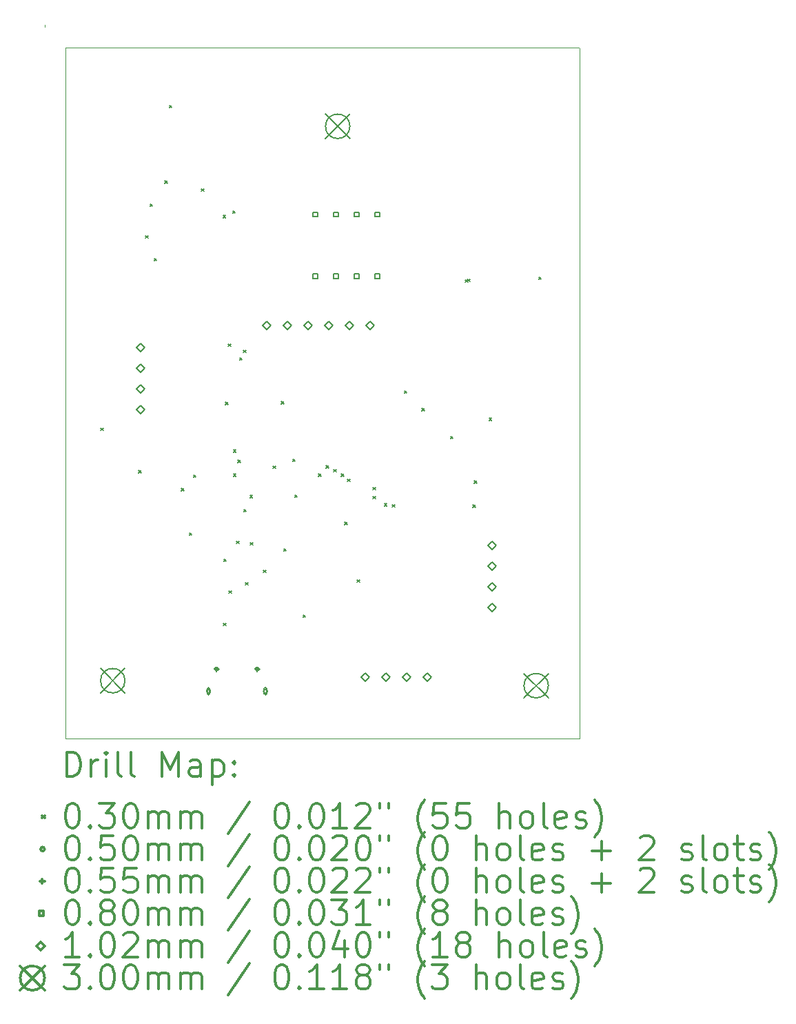
<source format=gbr>
%FSLAX45Y45*%
G04 Gerber Fmt 4.5, Leading zero omitted, Abs format (unit mm)*
G04 Created by KiCad (PCBNEW (2015-07-31 BZR 6030)-product) date Sat Sep 12 09:45:07 2015*
%MOMM*%
G01*
G04 APERTURE LIST*
%ADD10C,0.127000*%
%ADD11C,0.100000*%
%ADD12C,0.200000*%
%ADD13C,0.300000*%
G04 APERTURE END LIST*
D10*
D11*
X5664380Y-3795960D02*
X5664380Y-3821360D01*
X12227740Y-12553880D02*
X12227740Y-4080440D01*
X5913300Y-12553880D02*
X12227740Y-12553880D01*
X5913300Y-4075360D02*
X12222660Y-4075360D01*
X5913300Y-12553880D02*
X5913300Y-4075360D01*
D12*
X6349220Y-8744300D02*
X6379220Y-8774300D01*
X6379220Y-8744300D02*
X6349220Y-8774300D01*
X6816580Y-9267540D02*
X6846580Y-9297540D01*
X6846580Y-9267540D02*
X6816580Y-9297540D01*
X6897860Y-6382100D02*
X6927860Y-6412100D01*
X6927860Y-6382100D02*
X6897860Y-6412100D01*
X6953740Y-5996020D02*
X6983740Y-6026020D01*
X6983740Y-5996020D02*
X6953740Y-6026020D01*
X7004540Y-6661500D02*
X7034540Y-6691500D01*
X7034540Y-6661500D02*
X7004540Y-6691500D01*
X7136620Y-5711540D02*
X7166620Y-5741540D01*
X7166620Y-5711540D02*
X7136620Y-5741540D01*
X7192500Y-4781900D02*
X7222500Y-4811900D01*
X7222500Y-4781900D02*
X7192500Y-4811900D01*
X7339820Y-9485980D02*
X7369820Y-9515980D01*
X7369820Y-9485980D02*
X7339820Y-9515980D01*
X7436340Y-10033020D02*
X7466340Y-10063020D01*
X7466340Y-10033020D02*
X7436340Y-10063020D01*
X7487140Y-9323420D02*
X7517140Y-9353420D01*
X7517140Y-9323420D02*
X7487140Y-9353420D01*
X7583660Y-5808060D02*
X7613660Y-5838060D01*
X7613660Y-5808060D02*
X7583660Y-5838060D01*
X7852900Y-6133180D02*
X7882900Y-6163180D01*
X7882900Y-6133180D02*
X7852900Y-6163180D01*
X7857980Y-11140300D02*
X7887980Y-11170300D01*
X7887980Y-11140300D02*
X7857980Y-11170300D01*
X7859260Y-10352900D02*
X7889260Y-10382900D01*
X7889260Y-10352900D02*
X7859260Y-10382900D01*
X7883380Y-8429340D02*
X7913380Y-8459340D01*
X7913380Y-8429340D02*
X7883380Y-8459340D01*
X7913860Y-7713060D02*
X7943860Y-7743060D01*
X7943860Y-7713060D02*
X7913860Y-7743060D01*
X7924020Y-10744220D02*
X7954020Y-10774220D01*
X7954020Y-10744220D02*
X7924020Y-10774220D01*
X7969740Y-6077300D02*
X7999740Y-6107300D01*
X7999740Y-6077300D02*
X7969740Y-6107300D01*
X7979900Y-9013540D02*
X8009900Y-9043540D01*
X8009900Y-9013540D02*
X7979900Y-9043540D01*
X7981100Y-9308000D02*
X8011100Y-9338000D01*
X8011100Y-9308000D02*
X7981100Y-9338000D01*
X8019260Y-10132900D02*
X8049260Y-10162900D01*
X8049260Y-10132900D02*
X8019260Y-10162900D01*
X8035780Y-9140540D02*
X8065780Y-9170540D01*
X8065780Y-9140540D02*
X8035780Y-9170540D01*
X8056100Y-7880700D02*
X8086100Y-7910700D01*
X8086100Y-7880700D02*
X8056100Y-7910700D01*
X8101820Y-7789260D02*
X8131820Y-7819260D01*
X8131820Y-7789260D02*
X8101820Y-7819260D01*
X8106900Y-9745060D02*
X8136900Y-9775060D01*
X8136900Y-9745060D02*
X8106900Y-9775060D01*
X8127220Y-10644220D02*
X8157220Y-10674220D01*
X8157220Y-10644220D02*
X8127220Y-10674220D01*
X8183100Y-9572340D02*
X8213100Y-9602340D01*
X8213100Y-9572340D02*
X8183100Y-9602340D01*
X8188180Y-10152660D02*
X8218180Y-10182660D01*
X8218180Y-10152660D02*
X8188180Y-10182660D01*
X8346860Y-10491640D02*
X8376860Y-10521640D01*
X8376860Y-10491640D02*
X8346860Y-10521640D01*
X8467580Y-9211660D02*
X8497580Y-9241660D01*
X8497580Y-9211660D02*
X8467580Y-9241660D01*
X8569180Y-8419180D02*
X8599180Y-8449180D01*
X8599180Y-8419180D02*
X8569180Y-8449180D01*
X8595780Y-10227480D02*
X8625780Y-10257480D01*
X8625780Y-10227480D02*
X8595780Y-10257480D01*
X8706340Y-9125300D02*
X8736340Y-9155300D01*
X8736340Y-9125300D02*
X8706340Y-9155300D01*
X8731740Y-9567260D02*
X8761740Y-9597260D01*
X8761740Y-9567260D02*
X8731740Y-9597260D01*
X8833340Y-11040460D02*
X8863340Y-11070460D01*
X8863340Y-11040460D02*
X8833340Y-11070460D01*
X9026380Y-9308180D02*
X9056380Y-9338180D01*
X9056380Y-9308180D02*
X9026380Y-9338180D01*
X9117820Y-9206580D02*
X9147820Y-9236580D01*
X9147820Y-9206580D02*
X9117820Y-9236580D01*
X9210460Y-9252120D02*
X9240460Y-9282120D01*
X9240460Y-9252120D02*
X9210460Y-9282120D01*
X9305780Y-9308180D02*
X9335780Y-9338180D01*
X9335780Y-9308180D02*
X9305780Y-9338180D01*
X9346420Y-9902540D02*
X9376420Y-9932540D01*
X9376420Y-9902540D02*
X9346420Y-9932540D01*
X9381980Y-9374220D02*
X9411980Y-9404220D01*
X9411980Y-9374220D02*
X9381980Y-9404220D01*
X9498820Y-10608660D02*
X9528820Y-10638660D01*
X9528820Y-10608660D02*
X9498820Y-10638660D01*
X9691860Y-9475820D02*
X9721860Y-9505820D01*
X9721860Y-9475820D02*
X9691860Y-9505820D01*
X9691860Y-9582500D02*
X9721860Y-9612500D01*
X9721860Y-9582500D02*
X9691860Y-9612500D01*
X9834100Y-9673940D02*
X9864100Y-9703940D01*
X9864100Y-9673940D02*
X9834100Y-9703940D01*
X9930620Y-9684100D02*
X9960620Y-9714100D01*
X9960620Y-9684100D02*
X9930620Y-9714100D01*
X10077940Y-8287100D02*
X10107940Y-8317100D01*
X10107940Y-8287100D02*
X10077940Y-8317100D01*
X10296380Y-8505540D02*
X10326380Y-8535540D01*
X10326380Y-8505540D02*
X10296380Y-8535540D01*
X10646900Y-8845900D02*
X10676900Y-8875900D01*
X10676900Y-8845900D02*
X10646900Y-8875900D01*
X10829780Y-6925660D02*
X10859780Y-6955660D01*
X10859780Y-6925660D02*
X10829780Y-6955660D01*
X10855180Y-6917500D02*
X10885180Y-6947500D01*
X10885180Y-6917500D02*
X10855180Y-6947500D01*
X10921220Y-9689180D02*
X10951220Y-9719180D01*
X10951220Y-9689180D02*
X10921220Y-9719180D01*
X10936460Y-9394540D02*
X10966460Y-9424540D01*
X10966460Y-9394540D02*
X10936460Y-9424540D01*
X11119340Y-8622380D02*
X11149340Y-8652380D01*
X11149340Y-8622380D02*
X11119340Y-8652380D01*
X11728940Y-6890100D02*
X11758940Y-6920100D01*
X11758940Y-6890100D02*
X11728940Y-6920100D01*
X7698300Y-11975700D02*
G75*
G03X7698300Y-11975700I-25000J0D01*
G01*
X7688300Y-12008200D02*
X7688300Y-11943200D01*
X7658300Y-12008200D02*
X7658300Y-11943200D01*
X7688300Y-11943200D02*
G75*
G03X7658300Y-11943200I-15000J0D01*
G01*
X7658300Y-12008200D02*
G75*
G03X7688300Y-12008200I15000J0D01*
G01*
X8398300Y-11975700D02*
G75*
G03X8398300Y-11975700I-25000J0D01*
G01*
X8388300Y-12008200D02*
X8388300Y-11943200D01*
X8358300Y-12008200D02*
X8358300Y-11943200D01*
X8388300Y-11943200D02*
G75*
G03X8358300Y-11943200I-15000J0D01*
G01*
X8358300Y-12008200D02*
G75*
G03X8388300Y-12008200I15000J0D01*
G01*
X7773300Y-11678200D02*
X7773300Y-11733200D01*
X7745800Y-11705700D02*
X7800800Y-11705700D01*
X7758300Y-11723200D02*
X7788300Y-11723200D01*
X7758300Y-11688200D02*
X7788300Y-11688200D01*
X7788300Y-11723200D02*
G75*
G03X7788300Y-11688200I0J17500D01*
G01*
X7758300Y-11688200D02*
G75*
G03X7758300Y-11723200I0J-17500D01*
G01*
X8273300Y-11678200D02*
X8273300Y-11733200D01*
X8245800Y-11705700D02*
X8300800Y-11705700D01*
X8258300Y-11723200D02*
X8288300Y-11723200D01*
X8258300Y-11688200D02*
X8288300Y-11688200D01*
X8288300Y-11723200D02*
G75*
G03X8288300Y-11688200I0J17500D01*
G01*
X8258300Y-11688200D02*
G75*
G03X8258300Y-11723200I0J-17500D01*
G01*
X9013785Y-6152064D02*
X9013785Y-6095495D01*
X8957216Y-6095495D01*
X8957216Y-6152064D01*
X9013785Y-6152064D01*
X9013785Y-6912064D02*
X9013785Y-6855495D01*
X8957216Y-6855495D01*
X8957216Y-6912064D01*
X9013785Y-6912064D01*
X9267785Y-6152064D02*
X9267785Y-6095495D01*
X9211216Y-6095495D01*
X9211216Y-6152064D01*
X9267785Y-6152064D01*
X9267785Y-6912064D02*
X9267785Y-6855495D01*
X9211216Y-6855495D01*
X9211216Y-6912064D01*
X9267785Y-6912064D01*
X9521785Y-6152064D02*
X9521785Y-6095495D01*
X9465216Y-6095495D01*
X9465216Y-6152064D01*
X9521785Y-6152064D01*
X9521785Y-6912064D02*
X9521785Y-6855495D01*
X9465216Y-6855495D01*
X9465216Y-6912064D01*
X9521785Y-6912064D01*
X9775785Y-6152064D02*
X9775785Y-6095495D01*
X9719216Y-6095495D01*
X9719216Y-6152064D01*
X9775785Y-6152064D01*
X9775785Y-6912064D02*
X9775785Y-6855495D01*
X9719216Y-6855495D01*
X9719216Y-6912064D01*
X9775785Y-6912064D01*
X6836660Y-7804260D02*
X6887460Y-7753460D01*
X6836660Y-7702660D01*
X6785860Y-7753460D01*
X6836660Y-7804260D01*
X6836660Y-8058260D02*
X6887460Y-8007460D01*
X6836660Y-7956660D01*
X6785860Y-8007460D01*
X6836660Y-8058260D01*
X6836660Y-8312260D02*
X6887460Y-8261460D01*
X6836660Y-8210660D01*
X6785860Y-8261460D01*
X6836660Y-8312260D01*
X6836660Y-8566260D02*
X6887460Y-8515460D01*
X6836660Y-8464660D01*
X6785860Y-8515460D01*
X6836660Y-8566260D01*
X8391140Y-7535020D02*
X8441940Y-7484220D01*
X8391140Y-7433420D01*
X8340340Y-7484220D01*
X8391140Y-7535020D01*
X8645140Y-7535020D02*
X8695940Y-7484220D01*
X8645140Y-7433420D01*
X8594340Y-7484220D01*
X8645140Y-7535020D01*
X8899140Y-7535020D02*
X8949940Y-7484220D01*
X8899140Y-7433420D01*
X8848340Y-7484220D01*
X8899140Y-7535020D01*
X9153140Y-7535020D02*
X9203940Y-7484220D01*
X9153140Y-7433420D01*
X9102340Y-7484220D01*
X9153140Y-7535020D01*
X9407140Y-7535020D02*
X9457940Y-7484220D01*
X9407140Y-7433420D01*
X9356340Y-7484220D01*
X9407140Y-7535020D01*
X9595100Y-11858100D02*
X9645900Y-11807300D01*
X9595100Y-11756500D01*
X9544300Y-11807300D01*
X9595100Y-11858100D01*
X9661140Y-7535020D02*
X9711940Y-7484220D01*
X9661140Y-7433420D01*
X9610340Y-7484220D01*
X9661140Y-7535020D01*
X9849100Y-11858100D02*
X9899900Y-11807300D01*
X9849100Y-11756500D01*
X9798300Y-11807300D01*
X9849100Y-11858100D01*
X10103100Y-11858100D02*
X10153900Y-11807300D01*
X10103100Y-11756500D01*
X10052300Y-11807300D01*
X10103100Y-11858100D01*
X10357100Y-11858100D02*
X10407900Y-11807300D01*
X10357100Y-11756500D01*
X10306300Y-11807300D01*
X10357100Y-11858100D01*
X11159740Y-10237580D02*
X11210540Y-10186780D01*
X11159740Y-10135980D01*
X11108940Y-10186780D01*
X11159740Y-10237580D01*
X11159740Y-10491580D02*
X11210540Y-10440780D01*
X11159740Y-10389980D01*
X11108940Y-10440780D01*
X11159740Y-10491580D01*
X11159740Y-10745580D02*
X11210540Y-10694780D01*
X11159740Y-10643980D01*
X11108940Y-10694780D01*
X11159740Y-10745580D01*
X11159740Y-10999580D02*
X11210540Y-10948780D01*
X11159740Y-10897980D01*
X11108940Y-10948780D01*
X11159740Y-10999580D01*
X6346300Y-11697940D02*
X6646300Y-11997940D01*
X6646300Y-11697940D02*
X6346300Y-11997940D01*
X6646300Y-11847940D02*
G75*
G03X6646300Y-11847940I-150000J0D01*
G01*
X9109820Y-4890740D02*
X9409820Y-5190740D01*
X9409820Y-4890740D02*
X9109820Y-5190740D01*
X9409820Y-5040740D02*
G75*
G03X9409820Y-5040740I-150000J0D01*
G01*
X11548220Y-11758900D02*
X11848220Y-12058900D01*
X11848220Y-11758900D02*
X11548220Y-12058900D01*
X11848220Y-11908900D02*
G75*
G03X11848220Y-11908900I-150000J0D01*
G01*
D13*
X5930808Y-13024594D02*
X5930808Y-12724594D01*
X6002237Y-12724594D01*
X6045094Y-12738880D01*
X6073666Y-12767451D01*
X6087951Y-12796023D01*
X6102237Y-12853166D01*
X6102237Y-12896023D01*
X6087951Y-12953166D01*
X6073666Y-12981737D01*
X6045094Y-13010309D01*
X6002237Y-13024594D01*
X5930808Y-13024594D01*
X6230808Y-13024594D02*
X6230808Y-12824594D01*
X6230808Y-12881737D02*
X6245094Y-12853166D01*
X6259380Y-12838880D01*
X6287951Y-12824594D01*
X6316523Y-12824594D01*
X6416523Y-13024594D02*
X6416523Y-12824594D01*
X6416523Y-12724594D02*
X6402237Y-12738880D01*
X6416523Y-12753166D01*
X6430808Y-12738880D01*
X6416523Y-12724594D01*
X6416523Y-12753166D01*
X6602237Y-13024594D02*
X6573666Y-13010309D01*
X6559380Y-12981737D01*
X6559380Y-12724594D01*
X6759380Y-13024594D02*
X6730808Y-13010309D01*
X6716523Y-12981737D01*
X6716523Y-12724594D01*
X7102237Y-13024594D02*
X7102237Y-12724594D01*
X7202237Y-12938880D01*
X7302237Y-12724594D01*
X7302237Y-13024594D01*
X7573666Y-13024594D02*
X7573666Y-12867451D01*
X7559380Y-12838880D01*
X7530808Y-12824594D01*
X7473666Y-12824594D01*
X7445094Y-12838880D01*
X7573666Y-13010309D02*
X7545094Y-13024594D01*
X7473666Y-13024594D01*
X7445094Y-13010309D01*
X7430808Y-12981737D01*
X7430808Y-12953166D01*
X7445094Y-12924594D01*
X7473666Y-12910309D01*
X7545094Y-12910309D01*
X7573666Y-12896023D01*
X7716523Y-12824594D02*
X7716523Y-13124594D01*
X7716523Y-12838880D02*
X7745094Y-12824594D01*
X7802237Y-12824594D01*
X7830808Y-12838880D01*
X7845094Y-12853166D01*
X7859380Y-12881737D01*
X7859380Y-12967451D01*
X7845094Y-12996023D01*
X7830808Y-13010309D01*
X7802237Y-13024594D01*
X7745094Y-13024594D01*
X7716523Y-13010309D01*
X7987951Y-12996023D02*
X8002237Y-13010309D01*
X7987951Y-13024594D01*
X7973666Y-13010309D01*
X7987951Y-12996023D01*
X7987951Y-13024594D01*
X7987951Y-12838880D02*
X8002237Y-12853166D01*
X7987951Y-12867451D01*
X7973666Y-12853166D01*
X7987951Y-12838880D01*
X7987951Y-12867451D01*
X5629380Y-13503880D02*
X5659380Y-13533880D01*
X5659380Y-13503880D02*
X5629380Y-13533880D01*
X5987951Y-13354594D02*
X6016523Y-13354594D01*
X6045094Y-13368880D01*
X6059380Y-13383166D01*
X6073666Y-13411737D01*
X6087951Y-13468880D01*
X6087951Y-13540309D01*
X6073666Y-13597451D01*
X6059380Y-13626023D01*
X6045094Y-13640309D01*
X6016523Y-13654594D01*
X5987951Y-13654594D01*
X5959380Y-13640309D01*
X5945094Y-13626023D01*
X5930808Y-13597451D01*
X5916523Y-13540309D01*
X5916523Y-13468880D01*
X5930808Y-13411737D01*
X5945094Y-13383166D01*
X5959380Y-13368880D01*
X5987951Y-13354594D01*
X6216523Y-13626023D02*
X6230808Y-13640309D01*
X6216523Y-13654594D01*
X6202237Y-13640309D01*
X6216523Y-13626023D01*
X6216523Y-13654594D01*
X6330808Y-13354594D02*
X6516523Y-13354594D01*
X6416523Y-13468880D01*
X6459380Y-13468880D01*
X6487951Y-13483166D01*
X6502237Y-13497451D01*
X6516523Y-13526023D01*
X6516523Y-13597451D01*
X6502237Y-13626023D01*
X6487951Y-13640309D01*
X6459380Y-13654594D01*
X6373666Y-13654594D01*
X6345094Y-13640309D01*
X6330808Y-13626023D01*
X6702237Y-13354594D02*
X6730808Y-13354594D01*
X6759380Y-13368880D01*
X6773666Y-13383166D01*
X6787951Y-13411737D01*
X6802237Y-13468880D01*
X6802237Y-13540309D01*
X6787951Y-13597451D01*
X6773666Y-13626023D01*
X6759380Y-13640309D01*
X6730808Y-13654594D01*
X6702237Y-13654594D01*
X6673666Y-13640309D01*
X6659380Y-13626023D01*
X6645094Y-13597451D01*
X6630808Y-13540309D01*
X6630808Y-13468880D01*
X6645094Y-13411737D01*
X6659380Y-13383166D01*
X6673666Y-13368880D01*
X6702237Y-13354594D01*
X6930808Y-13654594D02*
X6930808Y-13454594D01*
X6930808Y-13483166D02*
X6945094Y-13468880D01*
X6973666Y-13454594D01*
X7016523Y-13454594D01*
X7045094Y-13468880D01*
X7059380Y-13497451D01*
X7059380Y-13654594D01*
X7059380Y-13497451D02*
X7073666Y-13468880D01*
X7102237Y-13454594D01*
X7145094Y-13454594D01*
X7173666Y-13468880D01*
X7187951Y-13497451D01*
X7187951Y-13654594D01*
X7330808Y-13654594D02*
X7330808Y-13454594D01*
X7330808Y-13483166D02*
X7345094Y-13468880D01*
X7373666Y-13454594D01*
X7416523Y-13454594D01*
X7445094Y-13468880D01*
X7459380Y-13497451D01*
X7459380Y-13654594D01*
X7459380Y-13497451D02*
X7473666Y-13468880D01*
X7502237Y-13454594D01*
X7545094Y-13454594D01*
X7573666Y-13468880D01*
X7587951Y-13497451D01*
X7587951Y-13654594D01*
X8173666Y-13340309D02*
X7916523Y-13726023D01*
X8559380Y-13354594D02*
X8587951Y-13354594D01*
X8616523Y-13368880D01*
X8630808Y-13383166D01*
X8645094Y-13411737D01*
X8659380Y-13468880D01*
X8659380Y-13540309D01*
X8645094Y-13597451D01*
X8630808Y-13626023D01*
X8616523Y-13640309D01*
X8587951Y-13654594D01*
X8559380Y-13654594D01*
X8530808Y-13640309D01*
X8516523Y-13626023D01*
X8502237Y-13597451D01*
X8487951Y-13540309D01*
X8487951Y-13468880D01*
X8502237Y-13411737D01*
X8516523Y-13383166D01*
X8530808Y-13368880D01*
X8559380Y-13354594D01*
X8787951Y-13626023D02*
X8802237Y-13640309D01*
X8787951Y-13654594D01*
X8773666Y-13640309D01*
X8787951Y-13626023D01*
X8787951Y-13654594D01*
X8987951Y-13354594D02*
X9016523Y-13354594D01*
X9045094Y-13368880D01*
X9059380Y-13383166D01*
X9073666Y-13411737D01*
X9087951Y-13468880D01*
X9087951Y-13540309D01*
X9073666Y-13597451D01*
X9059380Y-13626023D01*
X9045094Y-13640309D01*
X9016523Y-13654594D01*
X8987951Y-13654594D01*
X8959380Y-13640309D01*
X8945094Y-13626023D01*
X8930808Y-13597451D01*
X8916523Y-13540309D01*
X8916523Y-13468880D01*
X8930808Y-13411737D01*
X8945094Y-13383166D01*
X8959380Y-13368880D01*
X8987951Y-13354594D01*
X9373666Y-13654594D02*
X9202237Y-13654594D01*
X9287951Y-13654594D02*
X9287951Y-13354594D01*
X9259380Y-13397451D01*
X9230808Y-13426023D01*
X9202237Y-13440309D01*
X9487951Y-13383166D02*
X9502237Y-13368880D01*
X9530808Y-13354594D01*
X9602237Y-13354594D01*
X9630808Y-13368880D01*
X9645094Y-13383166D01*
X9659380Y-13411737D01*
X9659380Y-13440309D01*
X9645094Y-13483166D01*
X9473666Y-13654594D01*
X9659380Y-13654594D01*
X9773666Y-13354594D02*
X9773666Y-13411737D01*
X9887951Y-13354594D02*
X9887951Y-13411737D01*
X10330808Y-13768880D02*
X10316523Y-13754594D01*
X10287951Y-13711737D01*
X10273666Y-13683166D01*
X10259380Y-13640309D01*
X10245094Y-13568880D01*
X10245094Y-13511737D01*
X10259380Y-13440309D01*
X10273666Y-13397451D01*
X10287951Y-13368880D01*
X10316523Y-13326023D01*
X10330808Y-13311737D01*
X10587951Y-13354594D02*
X10445094Y-13354594D01*
X10430808Y-13497451D01*
X10445094Y-13483166D01*
X10473666Y-13468880D01*
X10545094Y-13468880D01*
X10573666Y-13483166D01*
X10587951Y-13497451D01*
X10602237Y-13526023D01*
X10602237Y-13597451D01*
X10587951Y-13626023D01*
X10573666Y-13640309D01*
X10545094Y-13654594D01*
X10473666Y-13654594D01*
X10445094Y-13640309D01*
X10430808Y-13626023D01*
X10873666Y-13354594D02*
X10730808Y-13354594D01*
X10716523Y-13497451D01*
X10730808Y-13483166D01*
X10759380Y-13468880D01*
X10830808Y-13468880D01*
X10859380Y-13483166D01*
X10873666Y-13497451D01*
X10887951Y-13526023D01*
X10887951Y-13597451D01*
X10873666Y-13626023D01*
X10859380Y-13640309D01*
X10830808Y-13654594D01*
X10759380Y-13654594D01*
X10730808Y-13640309D01*
X10716523Y-13626023D01*
X11245094Y-13654594D02*
X11245094Y-13354594D01*
X11373665Y-13654594D02*
X11373665Y-13497451D01*
X11359380Y-13468880D01*
X11330808Y-13454594D01*
X11287951Y-13454594D01*
X11259380Y-13468880D01*
X11245094Y-13483166D01*
X11559380Y-13654594D02*
X11530808Y-13640309D01*
X11516523Y-13626023D01*
X11502237Y-13597451D01*
X11502237Y-13511737D01*
X11516523Y-13483166D01*
X11530808Y-13468880D01*
X11559380Y-13454594D01*
X11602237Y-13454594D01*
X11630808Y-13468880D01*
X11645094Y-13483166D01*
X11659380Y-13511737D01*
X11659380Y-13597451D01*
X11645094Y-13626023D01*
X11630808Y-13640309D01*
X11602237Y-13654594D01*
X11559380Y-13654594D01*
X11830808Y-13654594D02*
X11802237Y-13640309D01*
X11787951Y-13611737D01*
X11787951Y-13354594D01*
X12059380Y-13640309D02*
X12030808Y-13654594D01*
X11973666Y-13654594D01*
X11945094Y-13640309D01*
X11930808Y-13611737D01*
X11930808Y-13497451D01*
X11945094Y-13468880D01*
X11973666Y-13454594D01*
X12030808Y-13454594D01*
X12059380Y-13468880D01*
X12073666Y-13497451D01*
X12073666Y-13526023D01*
X11930808Y-13554594D01*
X12187951Y-13640309D02*
X12216523Y-13654594D01*
X12273666Y-13654594D01*
X12302237Y-13640309D01*
X12316523Y-13611737D01*
X12316523Y-13597451D01*
X12302237Y-13568880D01*
X12273666Y-13554594D01*
X12230808Y-13554594D01*
X12202237Y-13540309D01*
X12187951Y-13511737D01*
X12187951Y-13497451D01*
X12202237Y-13468880D01*
X12230808Y-13454594D01*
X12273666Y-13454594D01*
X12302237Y-13468880D01*
X12416523Y-13768880D02*
X12430808Y-13754594D01*
X12459380Y-13711737D01*
X12473666Y-13683166D01*
X12487951Y-13640309D01*
X12502237Y-13568880D01*
X12502237Y-13511737D01*
X12487951Y-13440309D01*
X12473666Y-13397451D01*
X12459380Y-13368880D01*
X12430808Y-13326023D01*
X12416523Y-13311737D01*
X5659380Y-13914880D02*
G75*
G03X5659380Y-13914880I-25000J0D01*
G01*
X5987951Y-13750594D02*
X6016523Y-13750594D01*
X6045094Y-13764880D01*
X6059380Y-13779166D01*
X6073666Y-13807737D01*
X6087951Y-13864880D01*
X6087951Y-13936309D01*
X6073666Y-13993451D01*
X6059380Y-14022023D01*
X6045094Y-14036309D01*
X6016523Y-14050594D01*
X5987951Y-14050594D01*
X5959380Y-14036309D01*
X5945094Y-14022023D01*
X5930808Y-13993451D01*
X5916523Y-13936309D01*
X5916523Y-13864880D01*
X5930808Y-13807737D01*
X5945094Y-13779166D01*
X5959380Y-13764880D01*
X5987951Y-13750594D01*
X6216523Y-14022023D02*
X6230808Y-14036309D01*
X6216523Y-14050594D01*
X6202237Y-14036309D01*
X6216523Y-14022023D01*
X6216523Y-14050594D01*
X6502237Y-13750594D02*
X6359380Y-13750594D01*
X6345094Y-13893451D01*
X6359380Y-13879166D01*
X6387951Y-13864880D01*
X6459380Y-13864880D01*
X6487951Y-13879166D01*
X6502237Y-13893451D01*
X6516523Y-13922023D01*
X6516523Y-13993451D01*
X6502237Y-14022023D01*
X6487951Y-14036309D01*
X6459380Y-14050594D01*
X6387951Y-14050594D01*
X6359380Y-14036309D01*
X6345094Y-14022023D01*
X6702237Y-13750594D02*
X6730808Y-13750594D01*
X6759380Y-13764880D01*
X6773666Y-13779166D01*
X6787951Y-13807737D01*
X6802237Y-13864880D01*
X6802237Y-13936309D01*
X6787951Y-13993451D01*
X6773666Y-14022023D01*
X6759380Y-14036309D01*
X6730808Y-14050594D01*
X6702237Y-14050594D01*
X6673666Y-14036309D01*
X6659380Y-14022023D01*
X6645094Y-13993451D01*
X6630808Y-13936309D01*
X6630808Y-13864880D01*
X6645094Y-13807737D01*
X6659380Y-13779166D01*
X6673666Y-13764880D01*
X6702237Y-13750594D01*
X6930808Y-14050594D02*
X6930808Y-13850594D01*
X6930808Y-13879166D02*
X6945094Y-13864880D01*
X6973666Y-13850594D01*
X7016523Y-13850594D01*
X7045094Y-13864880D01*
X7059380Y-13893451D01*
X7059380Y-14050594D01*
X7059380Y-13893451D02*
X7073666Y-13864880D01*
X7102237Y-13850594D01*
X7145094Y-13850594D01*
X7173666Y-13864880D01*
X7187951Y-13893451D01*
X7187951Y-14050594D01*
X7330808Y-14050594D02*
X7330808Y-13850594D01*
X7330808Y-13879166D02*
X7345094Y-13864880D01*
X7373666Y-13850594D01*
X7416523Y-13850594D01*
X7445094Y-13864880D01*
X7459380Y-13893451D01*
X7459380Y-14050594D01*
X7459380Y-13893451D02*
X7473666Y-13864880D01*
X7502237Y-13850594D01*
X7545094Y-13850594D01*
X7573666Y-13864880D01*
X7587951Y-13893451D01*
X7587951Y-14050594D01*
X8173666Y-13736309D02*
X7916523Y-14122023D01*
X8559380Y-13750594D02*
X8587951Y-13750594D01*
X8616523Y-13764880D01*
X8630808Y-13779166D01*
X8645094Y-13807737D01*
X8659380Y-13864880D01*
X8659380Y-13936309D01*
X8645094Y-13993451D01*
X8630808Y-14022023D01*
X8616523Y-14036309D01*
X8587951Y-14050594D01*
X8559380Y-14050594D01*
X8530808Y-14036309D01*
X8516523Y-14022023D01*
X8502237Y-13993451D01*
X8487951Y-13936309D01*
X8487951Y-13864880D01*
X8502237Y-13807737D01*
X8516523Y-13779166D01*
X8530808Y-13764880D01*
X8559380Y-13750594D01*
X8787951Y-14022023D02*
X8802237Y-14036309D01*
X8787951Y-14050594D01*
X8773666Y-14036309D01*
X8787951Y-14022023D01*
X8787951Y-14050594D01*
X8987951Y-13750594D02*
X9016523Y-13750594D01*
X9045094Y-13764880D01*
X9059380Y-13779166D01*
X9073666Y-13807737D01*
X9087951Y-13864880D01*
X9087951Y-13936309D01*
X9073666Y-13993451D01*
X9059380Y-14022023D01*
X9045094Y-14036309D01*
X9016523Y-14050594D01*
X8987951Y-14050594D01*
X8959380Y-14036309D01*
X8945094Y-14022023D01*
X8930808Y-13993451D01*
X8916523Y-13936309D01*
X8916523Y-13864880D01*
X8930808Y-13807737D01*
X8945094Y-13779166D01*
X8959380Y-13764880D01*
X8987951Y-13750594D01*
X9202237Y-13779166D02*
X9216523Y-13764880D01*
X9245094Y-13750594D01*
X9316523Y-13750594D01*
X9345094Y-13764880D01*
X9359380Y-13779166D01*
X9373666Y-13807737D01*
X9373666Y-13836309D01*
X9359380Y-13879166D01*
X9187951Y-14050594D01*
X9373666Y-14050594D01*
X9559380Y-13750594D02*
X9587951Y-13750594D01*
X9616523Y-13764880D01*
X9630808Y-13779166D01*
X9645094Y-13807737D01*
X9659380Y-13864880D01*
X9659380Y-13936309D01*
X9645094Y-13993451D01*
X9630808Y-14022023D01*
X9616523Y-14036309D01*
X9587951Y-14050594D01*
X9559380Y-14050594D01*
X9530808Y-14036309D01*
X9516523Y-14022023D01*
X9502237Y-13993451D01*
X9487951Y-13936309D01*
X9487951Y-13864880D01*
X9502237Y-13807737D01*
X9516523Y-13779166D01*
X9530808Y-13764880D01*
X9559380Y-13750594D01*
X9773666Y-13750594D02*
X9773666Y-13807737D01*
X9887951Y-13750594D02*
X9887951Y-13807737D01*
X10330808Y-14164880D02*
X10316523Y-14150594D01*
X10287951Y-14107737D01*
X10273666Y-14079166D01*
X10259380Y-14036309D01*
X10245094Y-13964880D01*
X10245094Y-13907737D01*
X10259380Y-13836309D01*
X10273666Y-13793451D01*
X10287951Y-13764880D01*
X10316523Y-13722023D01*
X10330808Y-13707737D01*
X10502237Y-13750594D02*
X10530808Y-13750594D01*
X10559380Y-13764880D01*
X10573666Y-13779166D01*
X10587951Y-13807737D01*
X10602237Y-13864880D01*
X10602237Y-13936309D01*
X10587951Y-13993451D01*
X10573666Y-14022023D01*
X10559380Y-14036309D01*
X10530808Y-14050594D01*
X10502237Y-14050594D01*
X10473666Y-14036309D01*
X10459380Y-14022023D01*
X10445094Y-13993451D01*
X10430808Y-13936309D01*
X10430808Y-13864880D01*
X10445094Y-13807737D01*
X10459380Y-13779166D01*
X10473666Y-13764880D01*
X10502237Y-13750594D01*
X10959380Y-14050594D02*
X10959380Y-13750594D01*
X11087951Y-14050594D02*
X11087951Y-13893451D01*
X11073666Y-13864880D01*
X11045094Y-13850594D01*
X11002237Y-13850594D01*
X10973666Y-13864880D01*
X10959380Y-13879166D01*
X11273665Y-14050594D02*
X11245094Y-14036309D01*
X11230808Y-14022023D01*
X11216523Y-13993451D01*
X11216523Y-13907737D01*
X11230808Y-13879166D01*
X11245094Y-13864880D01*
X11273665Y-13850594D01*
X11316523Y-13850594D01*
X11345094Y-13864880D01*
X11359380Y-13879166D01*
X11373665Y-13907737D01*
X11373665Y-13993451D01*
X11359380Y-14022023D01*
X11345094Y-14036309D01*
X11316523Y-14050594D01*
X11273665Y-14050594D01*
X11545094Y-14050594D02*
X11516523Y-14036309D01*
X11502237Y-14007737D01*
X11502237Y-13750594D01*
X11773666Y-14036309D02*
X11745094Y-14050594D01*
X11687951Y-14050594D01*
X11659380Y-14036309D01*
X11645094Y-14007737D01*
X11645094Y-13893451D01*
X11659380Y-13864880D01*
X11687951Y-13850594D01*
X11745094Y-13850594D01*
X11773666Y-13864880D01*
X11787951Y-13893451D01*
X11787951Y-13922023D01*
X11645094Y-13950594D01*
X11902237Y-14036309D02*
X11930808Y-14050594D01*
X11987951Y-14050594D01*
X12016523Y-14036309D01*
X12030808Y-14007737D01*
X12030808Y-13993451D01*
X12016523Y-13964880D01*
X11987951Y-13950594D01*
X11945094Y-13950594D01*
X11916523Y-13936309D01*
X11902237Y-13907737D01*
X11902237Y-13893451D01*
X11916523Y-13864880D01*
X11945094Y-13850594D01*
X11987951Y-13850594D01*
X12016523Y-13864880D01*
X12387951Y-13936309D02*
X12616523Y-13936309D01*
X12502237Y-14050594D02*
X12502237Y-13822023D01*
X12973666Y-13779166D02*
X12987951Y-13764880D01*
X13016523Y-13750594D01*
X13087951Y-13750594D01*
X13116523Y-13764880D01*
X13130808Y-13779166D01*
X13145094Y-13807737D01*
X13145094Y-13836309D01*
X13130808Y-13879166D01*
X12959380Y-14050594D01*
X13145094Y-14050594D01*
X13487951Y-14036309D02*
X13516523Y-14050594D01*
X13573665Y-14050594D01*
X13602237Y-14036309D01*
X13616523Y-14007737D01*
X13616523Y-13993451D01*
X13602237Y-13964880D01*
X13573665Y-13950594D01*
X13530808Y-13950594D01*
X13502237Y-13936309D01*
X13487951Y-13907737D01*
X13487951Y-13893451D01*
X13502237Y-13864880D01*
X13530808Y-13850594D01*
X13573665Y-13850594D01*
X13602237Y-13864880D01*
X13787951Y-14050594D02*
X13759380Y-14036309D01*
X13745094Y-14007737D01*
X13745094Y-13750594D01*
X13945094Y-14050594D02*
X13916523Y-14036309D01*
X13902237Y-14022023D01*
X13887951Y-13993451D01*
X13887951Y-13907737D01*
X13902237Y-13879166D01*
X13916523Y-13864880D01*
X13945094Y-13850594D01*
X13987951Y-13850594D01*
X14016523Y-13864880D01*
X14030808Y-13879166D01*
X14045094Y-13907737D01*
X14045094Y-13993451D01*
X14030808Y-14022023D01*
X14016523Y-14036309D01*
X13987951Y-14050594D01*
X13945094Y-14050594D01*
X14130808Y-13850594D02*
X14245094Y-13850594D01*
X14173666Y-13750594D02*
X14173666Y-14007737D01*
X14187951Y-14036309D01*
X14216523Y-14050594D01*
X14245094Y-14050594D01*
X14330808Y-14036309D02*
X14359380Y-14050594D01*
X14416523Y-14050594D01*
X14445094Y-14036309D01*
X14459380Y-14007737D01*
X14459380Y-13993451D01*
X14445094Y-13964880D01*
X14416523Y-13950594D01*
X14373666Y-13950594D01*
X14345094Y-13936309D01*
X14330808Y-13907737D01*
X14330808Y-13893451D01*
X14345094Y-13864880D01*
X14373666Y-13850594D01*
X14416523Y-13850594D01*
X14445094Y-13864880D01*
X14559380Y-14164880D02*
X14573666Y-14150594D01*
X14602237Y-14107737D01*
X14616523Y-14079166D01*
X14630808Y-14036309D01*
X14645094Y-13964880D01*
X14645094Y-13907737D01*
X14630808Y-13836309D01*
X14616523Y-13793451D01*
X14602237Y-13764880D01*
X14573666Y-13722023D01*
X14559380Y-13707737D01*
X5631880Y-14283380D02*
X5631880Y-14338380D01*
X5604380Y-14310880D02*
X5659380Y-14310880D01*
X5987951Y-14146594D02*
X6016523Y-14146594D01*
X6045094Y-14160880D01*
X6059380Y-14175166D01*
X6073666Y-14203737D01*
X6087951Y-14260880D01*
X6087951Y-14332309D01*
X6073666Y-14389451D01*
X6059380Y-14418023D01*
X6045094Y-14432309D01*
X6016523Y-14446594D01*
X5987951Y-14446594D01*
X5959380Y-14432309D01*
X5945094Y-14418023D01*
X5930808Y-14389451D01*
X5916523Y-14332309D01*
X5916523Y-14260880D01*
X5930808Y-14203737D01*
X5945094Y-14175166D01*
X5959380Y-14160880D01*
X5987951Y-14146594D01*
X6216523Y-14418023D02*
X6230808Y-14432309D01*
X6216523Y-14446594D01*
X6202237Y-14432309D01*
X6216523Y-14418023D01*
X6216523Y-14446594D01*
X6502237Y-14146594D02*
X6359380Y-14146594D01*
X6345094Y-14289451D01*
X6359380Y-14275166D01*
X6387951Y-14260880D01*
X6459380Y-14260880D01*
X6487951Y-14275166D01*
X6502237Y-14289451D01*
X6516523Y-14318023D01*
X6516523Y-14389451D01*
X6502237Y-14418023D01*
X6487951Y-14432309D01*
X6459380Y-14446594D01*
X6387951Y-14446594D01*
X6359380Y-14432309D01*
X6345094Y-14418023D01*
X6787951Y-14146594D02*
X6645094Y-14146594D01*
X6630808Y-14289451D01*
X6645094Y-14275166D01*
X6673666Y-14260880D01*
X6745094Y-14260880D01*
X6773666Y-14275166D01*
X6787951Y-14289451D01*
X6802237Y-14318023D01*
X6802237Y-14389451D01*
X6787951Y-14418023D01*
X6773666Y-14432309D01*
X6745094Y-14446594D01*
X6673666Y-14446594D01*
X6645094Y-14432309D01*
X6630808Y-14418023D01*
X6930808Y-14446594D02*
X6930808Y-14246594D01*
X6930808Y-14275166D02*
X6945094Y-14260880D01*
X6973666Y-14246594D01*
X7016523Y-14246594D01*
X7045094Y-14260880D01*
X7059380Y-14289451D01*
X7059380Y-14446594D01*
X7059380Y-14289451D02*
X7073666Y-14260880D01*
X7102237Y-14246594D01*
X7145094Y-14246594D01*
X7173666Y-14260880D01*
X7187951Y-14289451D01*
X7187951Y-14446594D01*
X7330808Y-14446594D02*
X7330808Y-14246594D01*
X7330808Y-14275166D02*
X7345094Y-14260880D01*
X7373666Y-14246594D01*
X7416523Y-14246594D01*
X7445094Y-14260880D01*
X7459380Y-14289451D01*
X7459380Y-14446594D01*
X7459380Y-14289451D02*
X7473666Y-14260880D01*
X7502237Y-14246594D01*
X7545094Y-14246594D01*
X7573666Y-14260880D01*
X7587951Y-14289451D01*
X7587951Y-14446594D01*
X8173666Y-14132309D02*
X7916523Y-14518023D01*
X8559380Y-14146594D02*
X8587951Y-14146594D01*
X8616523Y-14160880D01*
X8630808Y-14175166D01*
X8645094Y-14203737D01*
X8659380Y-14260880D01*
X8659380Y-14332309D01*
X8645094Y-14389451D01*
X8630808Y-14418023D01*
X8616523Y-14432309D01*
X8587951Y-14446594D01*
X8559380Y-14446594D01*
X8530808Y-14432309D01*
X8516523Y-14418023D01*
X8502237Y-14389451D01*
X8487951Y-14332309D01*
X8487951Y-14260880D01*
X8502237Y-14203737D01*
X8516523Y-14175166D01*
X8530808Y-14160880D01*
X8559380Y-14146594D01*
X8787951Y-14418023D02*
X8802237Y-14432309D01*
X8787951Y-14446594D01*
X8773666Y-14432309D01*
X8787951Y-14418023D01*
X8787951Y-14446594D01*
X8987951Y-14146594D02*
X9016523Y-14146594D01*
X9045094Y-14160880D01*
X9059380Y-14175166D01*
X9073666Y-14203737D01*
X9087951Y-14260880D01*
X9087951Y-14332309D01*
X9073666Y-14389451D01*
X9059380Y-14418023D01*
X9045094Y-14432309D01*
X9016523Y-14446594D01*
X8987951Y-14446594D01*
X8959380Y-14432309D01*
X8945094Y-14418023D01*
X8930808Y-14389451D01*
X8916523Y-14332309D01*
X8916523Y-14260880D01*
X8930808Y-14203737D01*
X8945094Y-14175166D01*
X8959380Y-14160880D01*
X8987951Y-14146594D01*
X9202237Y-14175166D02*
X9216523Y-14160880D01*
X9245094Y-14146594D01*
X9316523Y-14146594D01*
X9345094Y-14160880D01*
X9359380Y-14175166D01*
X9373666Y-14203737D01*
X9373666Y-14232309D01*
X9359380Y-14275166D01*
X9187951Y-14446594D01*
X9373666Y-14446594D01*
X9487951Y-14175166D02*
X9502237Y-14160880D01*
X9530808Y-14146594D01*
X9602237Y-14146594D01*
X9630808Y-14160880D01*
X9645094Y-14175166D01*
X9659380Y-14203737D01*
X9659380Y-14232309D01*
X9645094Y-14275166D01*
X9473666Y-14446594D01*
X9659380Y-14446594D01*
X9773666Y-14146594D02*
X9773666Y-14203737D01*
X9887951Y-14146594D02*
X9887951Y-14203737D01*
X10330808Y-14560880D02*
X10316523Y-14546594D01*
X10287951Y-14503737D01*
X10273666Y-14475166D01*
X10259380Y-14432309D01*
X10245094Y-14360880D01*
X10245094Y-14303737D01*
X10259380Y-14232309D01*
X10273666Y-14189451D01*
X10287951Y-14160880D01*
X10316523Y-14118023D01*
X10330808Y-14103737D01*
X10502237Y-14146594D02*
X10530808Y-14146594D01*
X10559380Y-14160880D01*
X10573666Y-14175166D01*
X10587951Y-14203737D01*
X10602237Y-14260880D01*
X10602237Y-14332309D01*
X10587951Y-14389451D01*
X10573666Y-14418023D01*
X10559380Y-14432309D01*
X10530808Y-14446594D01*
X10502237Y-14446594D01*
X10473666Y-14432309D01*
X10459380Y-14418023D01*
X10445094Y-14389451D01*
X10430808Y-14332309D01*
X10430808Y-14260880D01*
X10445094Y-14203737D01*
X10459380Y-14175166D01*
X10473666Y-14160880D01*
X10502237Y-14146594D01*
X10959380Y-14446594D02*
X10959380Y-14146594D01*
X11087951Y-14446594D02*
X11087951Y-14289451D01*
X11073666Y-14260880D01*
X11045094Y-14246594D01*
X11002237Y-14246594D01*
X10973666Y-14260880D01*
X10959380Y-14275166D01*
X11273665Y-14446594D02*
X11245094Y-14432309D01*
X11230808Y-14418023D01*
X11216523Y-14389451D01*
X11216523Y-14303737D01*
X11230808Y-14275166D01*
X11245094Y-14260880D01*
X11273665Y-14246594D01*
X11316523Y-14246594D01*
X11345094Y-14260880D01*
X11359380Y-14275166D01*
X11373665Y-14303737D01*
X11373665Y-14389451D01*
X11359380Y-14418023D01*
X11345094Y-14432309D01*
X11316523Y-14446594D01*
X11273665Y-14446594D01*
X11545094Y-14446594D02*
X11516523Y-14432309D01*
X11502237Y-14403737D01*
X11502237Y-14146594D01*
X11773666Y-14432309D02*
X11745094Y-14446594D01*
X11687951Y-14446594D01*
X11659380Y-14432309D01*
X11645094Y-14403737D01*
X11645094Y-14289451D01*
X11659380Y-14260880D01*
X11687951Y-14246594D01*
X11745094Y-14246594D01*
X11773666Y-14260880D01*
X11787951Y-14289451D01*
X11787951Y-14318023D01*
X11645094Y-14346594D01*
X11902237Y-14432309D02*
X11930808Y-14446594D01*
X11987951Y-14446594D01*
X12016523Y-14432309D01*
X12030808Y-14403737D01*
X12030808Y-14389451D01*
X12016523Y-14360880D01*
X11987951Y-14346594D01*
X11945094Y-14346594D01*
X11916523Y-14332309D01*
X11902237Y-14303737D01*
X11902237Y-14289451D01*
X11916523Y-14260880D01*
X11945094Y-14246594D01*
X11987951Y-14246594D01*
X12016523Y-14260880D01*
X12387951Y-14332309D02*
X12616523Y-14332309D01*
X12502237Y-14446594D02*
X12502237Y-14218023D01*
X12973666Y-14175166D02*
X12987951Y-14160880D01*
X13016523Y-14146594D01*
X13087951Y-14146594D01*
X13116523Y-14160880D01*
X13130808Y-14175166D01*
X13145094Y-14203737D01*
X13145094Y-14232309D01*
X13130808Y-14275166D01*
X12959380Y-14446594D01*
X13145094Y-14446594D01*
X13487951Y-14432309D02*
X13516523Y-14446594D01*
X13573665Y-14446594D01*
X13602237Y-14432309D01*
X13616523Y-14403737D01*
X13616523Y-14389451D01*
X13602237Y-14360880D01*
X13573665Y-14346594D01*
X13530808Y-14346594D01*
X13502237Y-14332309D01*
X13487951Y-14303737D01*
X13487951Y-14289451D01*
X13502237Y-14260880D01*
X13530808Y-14246594D01*
X13573665Y-14246594D01*
X13602237Y-14260880D01*
X13787951Y-14446594D02*
X13759380Y-14432309D01*
X13745094Y-14403737D01*
X13745094Y-14146594D01*
X13945094Y-14446594D02*
X13916523Y-14432309D01*
X13902237Y-14418023D01*
X13887951Y-14389451D01*
X13887951Y-14303737D01*
X13902237Y-14275166D01*
X13916523Y-14260880D01*
X13945094Y-14246594D01*
X13987951Y-14246594D01*
X14016523Y-14260880D01*
X14030808Y-14275166D01*
X14045094Y-14303737D01*
X14045094Y-14389451D01*
X14030808Y-14418023D01*
X14016523Y-14432309D01*
X13987951Y-14446594D01*
X13945094Y-14446594D01*
X14130808Y-14246594D02*
X14245094Y-14246594D01*
X14173666Y-14146594D02*
X14173666Y-14403737D01*
X14187951Y-14432309D01*
X14216523Y-14446594D01*
X14245094Y-14446594D01*
X14330808Y-14432309D02*
X14359380Y-14446594D01*
X14416523Y-14446594D01*
X14445094Y-14432309D01*
X14459380Y-14403737D01*
X14459380Y-14389451D01*
X14445094Y-14360880D01*
X14416523Y-14346594D01*
X14373666Y-14346594D01*
X14345094Y-14332309D01*
X14330808Y-14303737D01*
X14330808Y-14289451D01*
X14345094Y-14260880D01*
X14373666Y-14246594D01*
X14416523Y-14246594D01*
X14445094Y-14260880D01*
X14559380Y-14560880D02*
X14573666Y-14546594D01*
X14602237Y-14503737D01*
X14616523Y-14475166D01*
X14630808Y-14432309D01*
X14645094Y-14360880D01*
X14645094Y-14303737D01*
X14630808Y-14232309D01*
X14616523Y-14189451D01*
X14602237Y-14160880D01*
X14573666Y-14118023D01*
X14559380Y-14103737D01*
X5647664Y-14735165D02*
X5647664Y-14678596D01*
X5591095Y-14678596D01*
X5591095Y-14735165D01*
X5647664Y-14735165D01*
X5987951Y-14542594D02*
X6016523Y-14542594D01*
X6045094Y-14556880D01*
X6059380Y-14571166D01*
X6073666Y-14599737D01*
X6087951Y-14656880D01*
X6087951Y-14728309D01*
X6073666Y-14785451D01*
X6059380Y-14814023D01*
X6045094Y-14828309D01*
X6016523Y-14842594D01*
X5987951Y-14842594D01*
X5959380Y-14828309D01*
X5945094Y-14814023D01*
X5930808Y-14785451D01*
X5916523Y-14728309D01*
X5916523Y-14656880D01*
X5930808Y-14599737D01*
X5945094Y-14571166D01*
X5959380Y-14556880D01*
X5987951Y-14542594D01*
X6216523Y-14814023D02*
X6230808Y-14828309D01*
X6216523Y-14842594D01*
X6202237Y-14828309D01*
X6216523Y-14814023D01*
X6216523Y-14842594D01*
X6402237Y-14671166D02*
X6373666Y-14656880D01*
X6359380Y-14642594D01*
X6345094Y-14614023D01*
X6345094Y-14599737D01*
X6359380Y-14571166D01*
X6373666Y-14556880D01*
X6402237Y-14542594D01*
X6459380Y-14542594D01*
X6487951Y-14556880D01*
X6502237Y-14571166D01*
X6516523Y-14599737D01*
X6516523Y-14614023D01*
X6502237Y-14642594D01*
X6487951Y-14656880D01*
X6459380Y-14671166D01*
X6402237Y-14671166D01*
X6373666Y-14685451D01*
X6359380Y-14699737D01*
X6345094Y-14728309D01*
X6345094Y-14785451D01*
X6359380Y-14814023D01*
X6373666Y-14828309D01*
X6402237Y-14842594D01*
X6459380Y-14842594D01*
X6487951Y-14828309D01*
X6502237Y-14814023D01*
X6516523Y-14785451D01*
X6516523Y-14728309D01*
X6502237Y-14699737D01*
X6487951Y-14685451D01*
X6459380Y-14671166D01*
X6702237Y-14542594D02*
X6730808Y-14542594D01*
X6759380Y-14556880D01*
X6773666Y-14571166D01*
X6787951Y-14599737D01*
X6802237Y-14656880D01*
X6802237Y-14728309D01*
X6787951Y-14785451D01*
X6773666Y-14814023D01*
X6759380Y-14828309D01*
X6730808Y-14842594D01*
X6702237Y-14842594D01*
X6673666Y-14828309D01*
X6659380Y-14814023D01*
X6645094Y-14785451D01*
X6630808Y-14728309D01*
X6630808Y-14656880D01*
X6645094Y-14599737D01*
X6659380Y-14571166D01*
X6673666Y-14556880D01*
X6702237Y-14542594D01*
X6930808Y-14842594D02*
X6930808Y-14642594D01*
X6930808Y-14671166D02*
X6945094Y-14656880D01*
X6973666Y-14642594D01*
X7016523Y-14642594D01*
X7045094Y-14656880D01*
X7059380Y-14685451D01*
X7059380Y-14842594D01*
X7059380Y-14685451D02*
X7073666Y-14656880D01*
X7102237Y-14642594D01*
X7145094Y-14642594D01*
X7173666Y-14656880D01*
X7187951Y-14685451D01*
X7187951Y-14842594D01*
X7330808Y-14842594D02*
X7330808Y-14642594D01*
X7330808Y-14671166D02*
X7345094Y-14656880D01*
X7373666Y-14642594D01*
X7416523Y-14642594D01*
X7445094Y-14656880D01*
X7459380Y-14685451D01*
X7459380Y-14842594D01*
X7459380Y-14685451D02*
X7473666Y-14656880D01*
X7502237Y-14642594D01*
X7545094Y-14642594D01*
X7573666Y-14656880D01*
X7587951Y-14685451D01*
X7587951Y-14842594D01*
X8173666Y-14528309D02*
X7916523Y-14914023D01*
X8559380Y-14542594D02*
X8587951Y-14542594D01*
X8616523Y-14556880D01*
X8630808Y-14571166D01*
X8645094Y-14599737D01*
X8659380Y-14656880D01*
X8659380Y-14728309D01*
X8645094Y-14785451D01*
X8630808Y-14814023D01*
X8616523Y-14828309D01*
X8587951Y-14842594D01*
X8559380Y-14842594D01*
X8530808Y-14828309D01*
X8516523Y-14814023D01*
X8502237Y-14785451D01*
X8487951Y-14728309D01*
X8487951Y-14656880D01*
X8502237Y-14599737D01*
X8516523Y-14571166D01*
X8530808Y-14556880D01*
X8559380Y-14542594D01*
X8787951Y-14814023D02*
X8802237Y-14828309D01*
X8787951Y-14842594D01*
X8773666Y-14828309D01*
X8787951Y-14814023D01*
X8787951Y-14842594D01*
X8987951Y-14542594D02*
X9016523Y-14542594D01*
X9045094Y-14556880D01*
X9059380Y-14571166D01*
X9073666Y-14599737D01*
X9087951Y-14656880D01*
X9087951Y-14728309D01*
X9073666Y-14785451D01*
X9059380Y-14814023D01*
X9045094Y-14828309D01*
X9016523Y-14842594D01*
X8987951Y-14842594D01*
X8959380Y-14828309D01*
X8945094Y-14814023D01*
X8930808Y-14785451D01*
X8916523Y-14728309D01*
X8916523Y-14656880D01*
X8930808Y-14599737D01*
X8945094Y-14571166D01*
X8959380Y-14556880D01*
X8987951Y-14542594D01*
X9187951Y-14542594D02*
X9373666Y-14542594D01*
X9273666Y-14656880D01*
X9316523Y-14656880D01*
X9345094Y-14671166D01*
X9359380Y-14685451D01*
X9373666Y-14714023D01*
X9373666Y-14785451D01*
X9359380Y-14814023D01*
X9345094Y-14828309D01*
X9316523Y-14842594D01*
X9230808Y-14842594D01*
X9202237Y-14828309D01*
X9187951Y-14814023D01*
X9659380Y-14842594D02*
X9487951Y-14842594D01*
X9573666Y-14842594D02*
X9573666Y-14542594D01*
X9545094Y-14585451D01*
X9516523Y-14614023D01*
X9487951Y-14628309D01*
X9773666Y-14542594D02*
X9773666Y-14599737D01*
X9887951Y-14542594D02*
X9887951Y-14599737D01*
X10330808Y-14956880D02*
X10316523Y-14942594D01*
X10287951Y-14899737D01*
X10273666Y-14871166D01*
X10259380Y-14828309D01*
X10245094Y-14756880D01*
X10245094Y-14699737D01*
X10259380Y-14628309D01*
X10273666Y-14585451D01*
X10287951Y-14556880D01*
X10316523Y-14514023D01*
X10330808Y-14499737D01*
X10487951Y-14671166D02*
X10459380Y-14656880D01*
X10445094Y-14642594D01*
X10430808Y-14614023D01*
X10430808Y-14599737D01*
X10445094Y-14571166D01*
X10459380Y-14556880D01*
X10487951Y-14542594D01*
X10545094Y-14542594D01*
X10573666Y-14556880D01*
X10587951Y-14571166D01*
X10602237Y-14599737D01*
X10602237Y-14614023D01*
X10587951Y-14642594D01*
X10573666Y-14656880D01*
X10545094Y-14671166D01*
X10487951Y-14671166D01*
X10459380Y-14685451D01*
X10445094Y-14699737D01*
X10430808Y-14728309D01*
X10430808Y-14785451D01*
X10445094Y-14814023D01*
X10459380Y-14828309D01*
X10487951Y-14842594D01*
X10545094Y-14842594D01*
X10573666Y-14828309D01*
X10587951Y-14814023D01*
X10602237Y-14785451D01*
X10602237Y-14728309D01*
X10587951Y-14699737D01*
X10573666Y-14685451D01*
X10545094Y-14671166D01*
X10959380Y-14842594D02*
X10959380Y-14542594D01*
X11087951Y-14842594D02*
X11087951Y-14685451D01*
X11073666Y-14656880D01*
X11045094Y-14642594D01*
X11002237Y-14642594D01*
X10973666Y-14656880D01*
X10959380Y-14671166D01*
X11273665Y-14842594D02*
X11245094Y-14828309D01*
X11230808Y-14814023D01*
X11216523Y-14785451D01*
X11216523Y-14699737D01*
X11230808Y-14671166D01*
X11245094Y-14656880D01*
X11273665Y-14642594D01*
X11316523Y-14642594D01*
X11345094Y-14656880D01*
X11359380Y-14671166D01*
X11373665Y-14699737D01*
X11373665Y-14785451D01*
X11359380Y-14814023D01*
X11345094Y-14828309D01*
X11316523Y-14842594D01*
X11273665Y-14842594D01*
X11545094Y-14842594D02*
X11516523Y-14828309D01*
X11502237Y-14799737D01*
X11502237Y-14542594D01*
X11773666Y-14828309D02*
X11745094Y-14842594D01*
X11687951Y-14842594D01*
X11659380Y-14828309D01*
X11645094Y-14799737D01*
X11645094Y-14685451D01*
X11659380Y-14656880D01*
X11687951Y-14642594D01*
X11745094Y-14642594D01*
X11773666Y-14656880D01*
X11787951Y-14685451D01*
X11787951Y-14714023D01*
X11645094Y-14742594D01*
X11902237Y-14828309D02*
X11930808Y-14842594D01*
X11987951Y-14842594D01*
X12016523Y-14828309D01*
X12030808Y-14799737D01*
X12030808Y-14785451D01*
X12016523Y-14756880D01*
X11987951Y-14742594D01*
X11945094Y-14742594D01*
X11916523Y-14728309D01*
X11902237Y-14699737D01*
X11902237Y-14685451D01*
X11916523Y-14656880D01*
X11945094Y-14642594D01*
X11987951Y-14642594D01*
X12016523Y-14656880D01*
X12130808Y-14956880D02*
X12145094Y-14942594D01*
X12173666Y-14899737D01*
X12187951Y-14871166D01*
X12202237Y-14828309D01*
X12216523Y-14756880D01*
X12216523Y-14699737D01*
X12202237Y-14628309D01*
X12187951Y-14585451D01*
X12173666Y-14556880D01*
X12145094Y-14514023D01*
X12130808Y-14499737D01*
X5608580Y-15153680D02*
X5659380Y-15102880D01*
X5608580Y-15052080D01*
X5557780Y-15102880D01*
X5608580Y-15153680D01*
X6087951Y-15238594D02*
X5916523Y-15238594D01*
X6002237Y-15238594D02*
X6002237Y-14938594D01*
X5973666Y-14981451D01*
X5945094Y-15010023D01*
X5916523Y-15024309D01*
X6216523Y-15210023D02*
X6230808Y-15224309D01*
X6216523Y-15238594D01*
X6202237Y-15224309D01*
X6216523Y-15210023D01*
X6216523Y-15238594D01*
X6416523Y-14938594D02*
X6445094Y-14938594D01*
X6473666Y-14952880D01*
X6487951Y-14967166D01*
X6502237Y-14995737D01*
X6516523Y-15052880D01*
X6516523Y-15124309D01*
X6502237Y-15181451D01*
X6487951Y-15210023D01*
X6473666Y-15224309D01*
X6445094Y-15238594D01*
X6416523Y-15238594D01*
X6387951Y-15224309D01*
X6373666Y-15210023D01*
X6359380Y-15181451D01*
X6345094Y-15124309D01*
X6345094Y-15052880D01*
X6359380Y-14995737D01*
X6373666Y-14967166D01*
X6387951Y-14952880D01*
X6416523Y-14938594D01*
X6630808Y-14967166D02*
X6645094Y-14952880D01*
X6673666Y-14938594D01*
X6745094Y-14938594D01*
X6773666Y-14952880D01*
X6787951Y-14967166D01*
X6802237Y-14995737D01*
X6802237Y-15024309D01*
X6787951Y-15067166D01*
X6616523Y-15238594D01*
X6802237Y-15238594D01*
X6930808Y-15238594D02*
X6930808Y-15038594D01*
X6930808Y-15067166D02*
X6945094Y-15052880D01*
X6973666Y-15038594D01*
X7016523Y-15038594D01*
X7045094Y-15052880D01*
X7059380Y-15081451D01*
X7059380Y-15238594D01*
X7059380Y-15081451D02*
X7073666Y-15052880D01*
X7102237Y-15038594D01*
X7145094Y-15038594D01*
X7173666Y-15052880D01*
X7187951Y-15081451D01*
X7187951Y-15238594D01*
X7330808Y-15238594D02*
X7330808Y-15038594D01*
X7330808Y-15067166D02*
X7345094Y-15052880D01*
X7373666Y-15038594D01*
X7416523Y-15038594D01*
X7445094Y-15052880D01*
X7459380Y-15081451D01*
X7459380Y-15238594D01*
X7459380Y-15081451D02*
X7473666Y-15052880D01*
X7502237Y-15038594D01*
X7545094Y-15038594D01*
X7573666Y-15052880D01*
X7587951Y-15081451D01*
X7587951Y-15238594D01*
X8173666Y-14924309D02*
X7916523Y-15310023D01*
X8559380Y-14938594D02*
X8587951Y-14938594D01*
X8616523Y-14952880D01*
X8630808Y-14967166D01*
X8645094Y-14995737D01*
X8659380Y-15052880D01*
X8659380Y-15124309D01*
X8645094Y-15181451D01*
X8630808Y-15210023D01*
X8616523Y-15224309D01*
X8587951Y-15238594D01*
X8559380Y-15238594D01*
X8530808Y-15224309D01*
X8516523Y-15210023D01*
X8502237Y-15181451D01*
X8487951Y-15124309D01*
X8487951Y-15052880D01*
X8502237Y-14995737D01*
X8516523Y-14967166D01*
X8530808Y-14952880D01*
X8559380Y-14938594D01*
X8787951Y-15210023D02*
X8802237Y-15224309D01*
X8787951Y-15238594D01*
X8773666Y-15224309D01*
X8787951Y-15210023D01*
X8787951Y-15238594D01*
X8987951Y-14938594D02*
X9016523Y-14938594D01*
X9045094Y-14952880D01*
X9059380Y-14967166D01*
X9073666Y-14995737D01*
X9087951Y-15052880D01*
X9087951Y-15124309D01*
X9073666Y-15181451D01*
X9059380Y-15210023D01*
X9045094Y-15224309D01*
X9016523Y-15238594D01*
X8987951Y-15238594D01*
X8959380Y-15224309D01*
X8945094Y-15210023D01*
X8930808Y-15181451D01*
X8916523Y-15124309D01*
X8916523Y-15052880D01*
X8930808Y-14995737D01*
X8945094Y-14967166D01*
X8959380Y-14952880D01*
X8987951Y-14938594D01*
X9345094Y-15038594D02*
X9345094Y-15238594D01*
X9273666Y-14924309D02*
X9202237Y-15138594D01*
X9387951Y-15138594D01*
X9559380Y-14938594D02*
X9587951Y-14938594D01*
X9616523Y-14952880D01*
X9630808Y-14967166D01*
X9645094Y-14995737D01*
X9659380Y-15052880D01*
X9659380Y-15124309D01*
X9645094Y-15181451D01*
X9630808Y-15210023D01*
X9616523Y-15224309D01*
X9587951Y-15238594D01*
X9559380Y-15238594D01*
X9530808Y-15224309D01*
X9516523Y-15210023D01*
X9502237Y-15181451D01*
X9487951Y-15124309D01*
X9487951Y-15052880D01*
X9502237Y-14995737D01*
X9516523Y-14967166D01*
X9530808Y-14952880D01*
X9559380Y-14938594D01*
X9773666Y-14938594D02*
X9773666Y-14995737D01*
X9887951Y-14938594D02*
X9887951Y-14995737D01*
X10330808Y-15352880D02*
X10316523Y-15338594D01*
X10287951Y-15295737D01*
X10273666Y-15267166D01*
X10259380Y-15224309D01*
X10245094Y-15152880D01*
X10245094Y-15095737D01*
X10259380Y-15024309D01*
X10273666Y-14981451D01*
X10287951Y-14952880D01*
X10316523Y-14910023D01*
X10330808Y-14895737D01*
X10602237Y-15238594D02*
X10430808Y-15238594D01*
X10516523Y-15238594D02*
X10516523Y-14938594D01*
X10487951Y-14981451D01*
X10459380Y-15010023D01*
X10430808Y-15024309D01*
X10773666Y-15067166D02*
X10745094Y-15052880D01*
X10730808Y-15038594D01*
X10716523Y-15010023D01*
X10716523Y-14995737D01*
X10730808Y-14967166D01*
X10745094Y-14952880D01*
X10773666Y-14938594D01*
X10830808Y-14938594D01*
X10859380Y-14952880D01*
X10873666Y-14967166D01*
X10887951Y-14995737D01*
X10887951Y-15010023D01*
X10873666Y-15038594D01*
X10859380Y-15052880D01*
X10830808Y-15067166D01*
X10773666Y-15067166D01*
X10745094Y-15081451D01*
X10730808Y-15095737D01*
X10716523Y-15124309D01*
X10716523Y-15181451D01*
X10730808Y-15210023D01*
X10745094Y-15224309D01*
X10773666Y-15238594D01*
X10830808Y-15238594D01*
X10859380Y-15224309D01*
X10873666Y-15210023D01*
X10887951Y-15181451D01*
X10887951Y-15124309D01*
X10873666Y-15095737D01*
X10859380Y-15081451D01*
X10830808Y-15067166D01*
X11245094Y-15238594D02*
X11245094Y-14938594D01*
X11373665Y-15238594D02*
X11373665Y-15081451D01*
X11359380Y-15052880D01*
X11330808Y-15038594D01*
X11287951Y-15038594D01*
X11259380Y-15052880D01*
X11245094Y-15067166D01*
X11559380Y-15238594D02*
X11530808Y-15224309D01*
X11516523Y-15210023D01*
X11502237Y-15181451D01*
X11502237Y-15095737D01*
X11516523Y-15067166D01*
X11530808Y-15052880D01*
X11559380Y-15038594D01*
X11602237Y-15038594D01*
X11630808Y-15052880D01*
X11645094Y-15067166D01*
X11659380Y-15095737D01*
X11659380Y-15181451D01*
X11645094Y-15210023D01*
X11630808Y-15224309D01*
X11602237Y-15238594D01*
X11559380Y-15238594D01*
X11830808Y-15238594D02*
X11802237Y-15224309D01*
X11787951Y-15195737D01*
X11787951Y-14938594D01*
X12059380Y-15224309D02*
X12030808Y-15238594D01*
X11973666Y-15238594D01*
X11945094Y-15224309D01*
X11930808Y-15195737D01*
X11930808Y-15081451D01*
X11945094Y-15052880D01*
X11973666Y-15038594D01*
X12030808Y-15038594D01*
X12059380Y-15052880D01*
X12073666Y-15081451D01*
X12073666Y-15110023D01*
X11930808Y-15138594D01*
X12187951Y-15224309D02*
X12216523Y-15238594D01*
X12273666Y-15238594D01*
X12302237Y-15224309D01*
X12316523Y-15195737D01*
X12316523Y-15181451D01*
X12302237Y-15152880D01*
X12273666Y-15138594D01*
X12230808Y-15138594D01*
X12202237Y-15124309D01*
X12187951Y-15095737D01*
X12187951Y-15081451D01*
X12202237Y-15052880D01*
X12230808Y-15038594D01*
X12273666Y-15038594D01*
X12302237Y-15052880D01*
X12416523Y-15352880D02*
X12430808Y-15338594D01*
X12459380Y-15295737D01*
X12473666Y-15267166D01*
X12487951Y-15224309D01*
X12502237Y-15152880D01*
X12502237Y-15095737D01*
X12487951Y-15024309D01*
X12473666Y-14981451D01*
X12459380Y-14952880D01*
X12430808Y-14910023D01*
X12416523Y-14895737D01*
X5359380Y-15348880D02*
X5659380Y-15648880D01*
X5659380Y-15348880D02*
X5359380Y-15648880D01*
X5659380Y-15498880D02*
G75*
G03X5659380Y-15498880I-150000J0D01*
G01*
X5902237Y-15334594D02*
X6087951Y-15334594D01*
X5987951Y-15448880D01*
X6030808Y-15448880D01*
X6059380Y-15463166D01*
X6073666Y-15477451D01*
X6087951Y-15506023D01*
X6087951Y-15577451D01*
X6073666Y-15606023D01*
X6059380Y-15620309D01*
X6030808Y-15634594D01*
X5945094Y-15634594D01*
X5916523Y-15620309D01*
X5902237Y-15606023D01*
X6216523Y-15606023D02*
X6230808Y-15620309D01*
X6216523Y-15634594D01*
X6202237Y-15620309D01*
X6216523Y-15606023D01*
X6216523Y-15634594D01*
X6416523Y-15334594D02*
X6445094Y-15334594D01*
X6473666Y-15348880D01*
X6487951Y-15363166D01*
X6502237Y-15391737D01*
X6516523Y-15448880D01*
X6516523Y-15520309D01*
X6502237Y-15577451D01*
X6487951Y-15606023D01*
X6473666Y-15620309D01*
X6445094Y-15634594D01*
X6416523Y-15634594D01*
X6387951Y-15620309D01*
X6373666Y-15606023D01*
X6359380Y-15577451D01*
X6345094Y-15520309D01*
X6345094Y-15448880D01*
X6359380Y-15391737D01*
X6373666Y-15363166D01*
X6387951Y-15348880D01*
X6416523Y-15334594D01*
X6702237Y-15334594D02*
X6730808Y-15334594D01*
X6759380Y-15348880D01*
X6773666Y-15363166D01*
X6787951Y-15391737D01*
X6802237Y-15448880D01*
X6802237Y-15520309D01*
X6787951Y-15577451D01*
X6773666Y-15606023D01*
X6759380Y-15620309D01*
X6730808Y-15634594D01*
X6702237Y-15634594D01*
X6673666Y-15620309D01*
X6659380Y-15606023D01*
X6645094Y-15577451D01*
X6630808Y-15520309D01*
X6630808Y-15448880D01*
X6645094Y-15391737D01*
X6659380Y-15363166D01*
X6673666Y-15348880D01*
X6702237Y-15334594D01*
X6930808Y-15634594D02*
X6930808Y-15434594D01*
X6930808Y-15463166D02*
X6945094Y-15448880D01*
X6973666Y-15434594D01*
X7016523Y-15434594D01*
X7045094Y-15448880D01*
X7059380Y-15477451D01*
X7059380Y-15634594D01*
X7059380Y-15477451D02*
X7073666Y-15448880D01*
X7102237Y-15434594D01*
X7145094Y-15434594D01*
X7173666Y-15448880D01*
X7187951Y-15477451D01*
X7187951Y-15634594D01*
X7330808Y-15634594D02*
X7330808Y-15434594D01*
X7330808Y-15463166D02*
X7345094Y-15448880D01*
X7373666Y-15434594D01*
X7416523Y-15434594D01*
X7445094Y-15448880D01*
X7459380Y-15477451D01*
X7459380Y-15634594D01*
X7459380Y-15477451D02*
X7473666Y-15448880D01*
X7502237Y-15434594D01*
X7545094Y-15434594D01*
X7573666Y-15448880D01*
X7587951Y-15477451D01*
X7587951Y-15634594D01*
X8173666Y-15320309D02*
X7916523Y-15706023D01*
X8559380Y-15334594D02*
X8587951Y-15334594D01*
X8616523Y-15348880D01*
X8630808Y-15363166D01*
X8645094Y-15391737D01*
X8659380Y-15448880D01*
X8659380Y-15520309D01*
X8645094Y-15577451D01*
X8630808Y-15606023D01*
X8616523Y-15620309D01*
X8587951Y-15634594D01*
X8559380Y-15634594D01*
X8530808Y-15620309D01*
X8516523Y-15606023D01*
X8502237Y-15577451D01*
X8487951Y-15520309D01*
X8487951Y-15448880D01*
X8502237Y-15391737D01*
X8516523Y-15363166D01*
X8530808Y-15348880D01*
X8559380Y-15334594D01*
X8787951Y-15606023D02*
X8802237Y-15620309D01*
X8787951Y-15634594D01*
X8773666Y-15620309D01*
X8787951Y-15606023D01*
X8787951Y-15634594D01*
X9087951Y-15634594D02*
X8916523Y-15634594D01*
X9002237Y-15634594D02*
X9002237Y-15334594D01*
X8973666Y-15377451D01*
X8945094Y-15406023D01*
X8916523Y-15420309D01*
X9373666Y-15634594D02*
X9202237Y-15634594D01*
X9287951Y-15634594D02*
X9287951Y-15334594D01*
X9259380Y-15377451D01*
X9230808Y-15406023D01*
X9202237Y-15420309D01*
X9545094Y-15463166D02*
X9516523Y-15448880D01*
X9502237Y-15434594D01*
X9487951Y-15406023D01*
X9487951Y-15391737D01*
X9502237Y-15363166D01*
X9516523Y-15348880D01*
X9545094Y-15334594D01*
X9602237Y-15334594D01*
X9630808Y-15348880D01*
X9645094Y-15363166D01*
X9659380Y-15391737D01*
X9659380Y-15406023D01*
X9645094Y-15434594D01*
X9630808Y-15448880D01*
X9602237Y-15463166D01*
X9545094Y-15463166D01*
X9516523Y-15477451D01*
X9502237Y-15491737D01*
X9487951Y-15520309D01*
X9487951Y-15577451D01*
X9502237Y-15606023D01*
X9516523Y-15620309D01*
X9545094Y-15634594D01*
X9602237Y-15634594D01*
X9630808Y-15620309D01*
X9645094Y-15606023D01*
X9659380Y-15577451D01*
X9659380Y-15520309D01*
X9645094Y-15491737D01*
X9630808Y-15477451D01*
X9602237Y-15463166D01*
X9773666Y-15334594D02*
X9773666Y-15391737D01*
X9887951Y-15334594D02*
X9887951Y-15391737D01*
X10330808Y-15748880D02*
X10316523Y-15734594D01*
X10287951Y-15691737D01*
X10273666Y-15663166D01*
X10259380Y-15620309D01*
X10245094Y-15548880D01*
X10245094Y-15491737D01*
X10259380Y-15420309D01*
X10273666Y-15377451D01*
X10287951Y-15348880D01*
X10316523Y-15306023D01*
X10330808Y-15291737D01*
X10416523Y-15334594D02*
X10602237Y-15334594D01*
X10502237Y-15448880D01*
X10545094Y-15448880D01*
X10573666Y-15463166D01*
X10587951Y-15477451D01*
X10602237Y-15506023D01*
X10602237Y-15577451D01*
X10587951Y-15606023D01*
X10573666Y-15620309D01*
X10545094Y-15634594D01*
X10459380Y-15634594D01*
X10430808Y-15620309D01*
X10416523Y-15606023D01*
X10959380Y-15634594D02*
X10959380Y-15334594D01*
X11087951Y-15634594D02*
X11087951Y-15477451D01*
X11073666Y-15448880D01*
X11045094Y-15434594D01*
X11002237Y-15434594D01*
X10973666Y-15448880D01*
X10959380Y-15463166D01*
X11273665Y-15634594D02*
X11245094Y-15620309D01*
X11230808Y-15606023D01*
X11216523Y-15577451D01*
X11216523Y-15491737D01*
X11230808Y-15463166D01*
X11245094Y-15448880D01*
X11273665Y-15434594D01*
X11316523Y-15434594D01*
X11345094Y-15448880D01*
X11359380Y-15463166D01*
X11373665Y-15491737D01*
X11373665Y-15577451D01*
X11359380Y-15606023D01*
X11345094Y-15620309D01*
X11316523Y-15634594D01*
X11273665Y-15634594D01*
X11545094Y-15634594D02*
X11516523Y-15620309D01*
X11502237Y-15591737D01*
X11502237Y-15334594D01*
X11773666Y-15620309D02*
X11745094Y-15634594D01*
X11687951Y-15634594D01*
X11659380Y-15620309D01*
X11645094Y-15591737D01*
X11645094Y-15477451D01*
X11659380Y-15448880D01*
X11687951Y-15434594D01*
X11745094Y-15434594D01*
X11773666Y-15448880D01*
X11787951Y-15477451D01*
X11787951Y-15506023D01*
X11645094Y-15534594D01*
X11902237Y-15620309D02*
X11930808Y-15634594D01*
X11987951Y-15634594D01*
X12016523Y-15620309D01*
X12030808Y-15591737D01*
X12030808Y-15577451D01*
X12016523Y-15548880D01*
X11987951Y-15534594D01*
X11945094Y-15534594D01*
X11916523Y-15520309D01*
X11902237Y-15491737D01*
X11902237Y-15477451D01*
X11916523Y-15448880D01*
X11945094Y-15434594D01*
X11987951Y-15434594D01*
X12016523Y-15448880D01*
X12130808Y-15748880D02*
X12145094Y-15734594D01*
X12173666Y-15691737D01*
X12187951Y-15663166D01*
X12202237Y-15620309D01*
X12216523Y-15548880D01*
X12216523Y-15491737D01*
X12202237Y-15420309D01*
X12187951Y-15377451D01*
X12173666Y-15348880D01*
X12145094Y-15306023D01*
X12130808Y-15291737D01*
M02*

</source>
